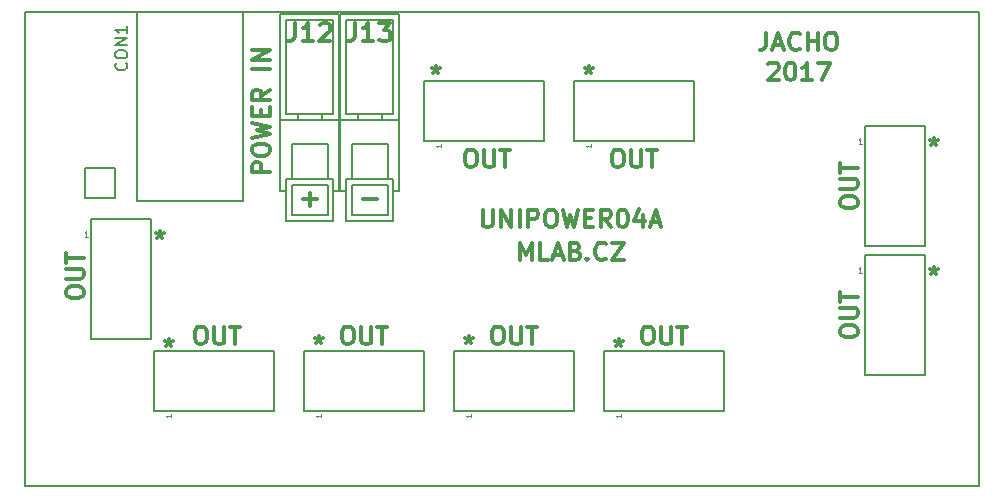
<source format=gbr>
%TF.GenerationSoftware,KiCad,Pcbnew,no-vcs-found-7409~56~ubuntu16.04.1*%
%TF.CreationDate,2017-01-20T13:42:17+01:00*%
%TF.ProjectId,UNIPOWER04A,554E49504F5745523034412E6B696361,rev?*%
%TF.FileFunction,Legend,Top*%
%TF.FilePolarity,Positive*%
%FSLAX46Y46*%
G04 Gerber Fmt 4.6, Leading zero omitted, Abs format (unit mm)*
G04 Created by KiCad (PCBNEW no-vcs-found-7409~56~ubuntu16.04.1) date Fri Jan 20 13:42:17 2017*
%MOMM*%
%LPD*%
G01*
G04 APERTURE LIST*
%ADD10C,0.350000*%
%ADD11C,0.300000*%
%ADD12C,0.150000*%
%ADD13C,0.127000*%
%ADD14C,0.203200*%
%ADD15C,0.050000*%
%ADD16C,0.304800*%
G04 APERTURE END LIST*
D10*
D11*
X48006000Y35873428D02*
X48006000Y35516285D01*
X47648857Y35659142D02*
X48006000Y35516285D01*
X48363142Y35659142D01*
X47791714Y35230571D02*
X48006000Y35516285D01*
X48220285Y35230571D01*
X35052000Y35873428D02*
X35052000Y35516285D01*
X34694857Y35659142D02*
X35052000Y35516285D01*
X35409142Y35659142D01*
X34837714Y35230571D02*
X35052000Y35516285D01*
X35266285Y35230571D01*
X11684000Y21903428D02*
X11684000Y21546285D01*
X11326857Y21689142D02*
X11684000Y21546285D01*
X12041142Y21689142D01*
X11469714Y21260571D02*
X11684000Y21546285D01*
X11898285Y21260571D01*
X12446000Y12759428D02*
X12446000Y12402285D01*
X12088857Y12545142D02*
X12446000Y12402285D01*
X12803142Y12545142D01*
X12231714Y12116571D02*
X12446000Y12402285D01*
X12660285Y12116571D01*
X25146000Y13013428D02*
X25146000Y12656285D01*
X24788857Y12799142D02*
X25146000Y12656285D01*
X25503142Y12799142D01*
X24931714Y12370571D02*
X25146000Y12656285D01*
X25360285Y12370571D01*
X37846000Y13013428D02*
X37846000Y12656285D01*
X37488857Y12799142D02*
X37846000Y12656285D01*
X38203142Y12799142D01*
X37631714Y12370571D02*
X37846000Y12656285D01*
X38060285Y12370571D01*
X50546000Y12759428D02*
X50546000Y12402285D01*
X50188857Y12545142D02*
X50546000Y12402285D01*
X50903142Y12545142D01*
X50331714Y12116571D02*
X50546000Y12402285D01*
X50760285Y12116571D01*
X77216000Y18855428D02*
X77216000Y18498285D01*
X76858857Y18641142D02*
X77216000Y18498285D01*
X77573142Y18641142D01*
X77001714Y18212571D02*
X77216000Y18498285D01*
X77430285Y18212571D01*
X77216000Y29777428D02*
X77216000Y29420285D01*
X76858857Y29563142D02*
X77216000Y29420285D01*
X77573142Y29563142D01*
X77001714Y29134571D02*
X77216000Y29420285D01*
X77430285Y29134571D01*
X50316000Y28761428D02*
X50601714Y28761428D01*
X50744571Y28690000D01*
X50887428Y28547142D01*
X50958857Y28261428D01*
X50958857Y27761428D01*
X50887428Y27475714D01*
X50744571Y27332857D01*
X50601714Y27261428D01*
X50316000Y27261428D01*
X50173142Y27332857D01*
X50030285Y27475714D01*
X49958857Y27761428D01*
X49958857Y28261428D01*
X50030285Y28547142D01*
X50173142Y28690000D01*
X50316000Y28761428D01*
X51601714Y28761428D02*
X51601714Y27547142D01*
X51673142Y27404285D01*
X51744571Y27332857D01*
X51887428Y27261428D01*
X52173142Y27261428D01*
X52316000Y27332857D01*
X52387428Y27404285D01*
X52458857Y27547142D01*
X52458857Y28761428D01*
X52958857Y28761428D02*
X53816000Y28761428D01*
X53387428Y27261428D02*
X53387428Y28761428D01*
X37870000Y28761428D02*
X38155714Y28761428D01*
X38298571Y28690000D01*
X38441428Y28547142D01*
X38512857Y28261428D01*
X38512857Y27761428D01*
X38441428Y27475714D01*
X38298571Y27332857D01*
X38155714Y27261428D01*
X37870000Y27261428D01*
X37727142Y27332857D01*
X37584285Y27475714D01*
X37512857Y27761428D01*
X37512857Y28261428D01*
X37584285Y28547142D01*
X37727142Y28690000D01*
X37870000Y28761428D01*
X39155714Y28761428D02*
X39155714Y27547142D01*
X39227142Y27404285D01*
X39298571Y27332857D01*
X39441428Y27261428D01*
X39727142Y27261428D01*
X39870000Y27332857D01*
X39941428Y27404285D01*
X40012857Y27547142D01*
X40012857Y28761428D01*
X40512857Y28761428D02*
X41370000Y28761428D01*
X40941428Y27261428D02*
X40941428Y28761428D01*
X3750571Y16534000D02*
X3750571Y16819714D01*
X3822000Y16962571D01*
X3964857Y17105428D01*
X4250571Y17176857D01*
X4750571Y17176857D01*
X5036285Y17105428D01*
X5179142Y16962571D01*
X5250571Y16819714D01*
X5250571Y16534000D01*
X5179142Y16391142D01*
X5036285Y16248285D01*
X4750571Y16176857D01*
X4250571Y16176857D01*
X3964857Y16248285D01*
X3822000Y16391142D01*
X3750571Y16534000D01*
X3750571Y17819714D02*
X4964857Y17819714D01*
X5107714Y17891142D01*
X5179142Y17962571D01*
X5250571Y18105428D01*
X5250571Y18391142D01*
X5179142Y18534000D01*
X5107714Y18605428D01*
X4964857Y18676857D01*
X3750571Y18676857D01*
X3750571Y19176857D02*
X3750571Y20034000D01*
X5250571Y19605428D02*
X3750571Y19605428D01*
X69282571Y24154000D02*
X69282571Y24439714D01*
X69354000Y24582571D01*
X69496857Y24725428D01*
X69782571Y24796857D01*
X70282571Y24796857D01*
X70568285Y24725428D01*
X70711142Y24582571D01*
X70782571Y24439714D01*
X70782571Y24154000D01*
X70711142Y24011142D01*
X70568285Y23868285D01*
X70282571Y23796857D01*
X69782571Y23796857D01*
X69496857Y23868285D01*
X69354000Y24011142D01*
X69282571Y24154000D01*
X69282571Y25439714D02*
X70496857Y25439714D01*
X70639714Y25511142D01*
X70711142Y25582571D01*
X70782571Y25725428D01*
X70782571Y26011142D01*
X70711142Y26154000D01*
X70639714Y26225428D01*
X70496857Y26296857D01*
X69282571Y26296857D01*
X69282571Y26796857D02*
X69282571Y27654000D01*
X70782571Y27225428D02*
X69282571Y27225428D01*
X69282571Y13232000D02*
X69282571Y13517714D01*
X69354000Y13660571D01*
X69496857Y13803428D01*
X69782571Y13874857D01*
X70282571Y13874857D01*
X70568285Y13803428D01*
X70711142Y13660571D01*
X70782571Y13517714D01*
X70782571Y13232000D01*
X70711142Y13089142D01*
X70568285Y12946285D01*
X70282571Y12874857D01*
X69782571Y12874857D01*
X69496857Y12946285D01*
X69354000Y13089142D01*
X69282571Y13232000D01*
X69282571Y14517714D02*
X70496857Y14517714D01*
X70639714Y14589142D01*
X70711142Y14660571D01*
X70782571Y14803428D01*
X70782571Y15089142D01*
X70711142Y15232000D01*
X70639714Y15303428D01*
X70496857Y15374857D01*
X69282571Y15374857D01*
X69282571Y15874857D02*
X69282571Y16732000D01*
X70782571Y16303428D02*
X69282571Y16303428D01*
X52856000Y13775428D02*
X53141714Y13775428D01*
X53284571Y13704000D01*
X53427428Y13561142D01*
X53498857Y13275428D01*
X53498857Y12775428D01*
X53427428Y12489714D01*
X53284571Y12346857D01*
X53141714Y12275428D01*
X52856000Y12275428D01*
X52713142Y12346857D01*
X52570285Y12489714D01*
X52498857Y12775428D01*
X52498857Y13275428D01*
X52570285Y13561142D01*
X52713142Y13704000D01*
X52856000Y13775428D01*
X54141714Y13775428D02*
X54141714Y12561142D01*
X54213142Y12418285D01*
X54284571Y12346857D01*
X54427428Y12275428D01*
X54713142Y12275428D01*
X54856000Y12346857D01*
X54927428Y12418285D01*
X54998857Y12561142D01*
X54998857Y13775428D01*
X55498857Y13775428D02*
X56356000Y13775428D01*
X55927428Y12275428D02*
X55927428Y13775428D01*
X40156000Y13775428D02*
X40441714Y13775428D01*
X40584571Y13704000D01*
X40727428Y13561142D01*
X40798857Y13275428D01*
X40798857Y12775428D01*
X40727428Y12489714D01*
X40584571Y12346857D01*
X40441714Y12275428D01*
X40156000Y12275428D01*
X40013142Y12346857D01*
X39870285Y12489714D01*
X39798857Y12775428D01*
X39798857Y13275428D01*
X39870285Y13561142D01*
X40013142Y13704000D01*
X40156000Y13775428D01*
X41441714Y13775428D02*
X41441714Y12561142D01*
X41513142Y12418285D01*
X41584571Y12346857D01*
X41727428Y12275428D01*
X42013142Y12275428D01*
X42156000Y12346857D01*
X42227428Y12418285D01*
X42298857Y12561142D01*
X42298857Y13775428D01*
X42798857Y13775428D02*
X43656000Y13775428D01*
X43227428Y12275428D02*
X43227428Y13775428D01*
X27456000Y13775428D02*
X27741714Y13775428D01*
X27884571Y13704000D01*
X28027428Y13561142D01*
X28098857Y13275428D01*
X28098857Y12775428D01*
X28027428Y12489714D01*
X27884571Y12346857D01*
X27741714Y12275428D01*
X27456000Y12275428D01*
X27313142Y12346857D01*
X27170285Y12489714D01*
X27098857Y12775428D01*
X27098857Y13275428D01*
X27170285Y13561142D01*
X27313142Y13704000D01*
X27456000Y13775428D01*
X28741714Y13775428D02*
X28741714Y12561142D01*
X28813142Y12418285D01*
X28884571Y12346857D01*
X29027428Y12275428D01*
X29313142Y12275428D01*
X29456000Y12346857D01*
X29527428Y12418285D01*
X29598857Y12561142D01*
X29598857Y13775428D01*
X30098857Y13775428D02*
X30956000Y13775428D01*
X30527428Y12275428D02*
X30527428Y13775428D01*
X15010000Y13775428D02*
X15295714Y13775428D01*
X15438571Y13704000D01*
X15581428Y13561142D01*
X15652857Y13275428D01*
X15652857Y12775428D01*
X15581428Y12489714D01*
X15438571Y12346857D01*
X15295714Y12275428D01*
X15010000Y12275428D01*
X14867142Y12346857D01*
X14724285Y12489714D01*
X14652857Y12775428D01*
X14652857Y13275428D01*
X14724285Y13561142D01*
X14867142Y13704000D01*
X15010000Y13775428D01*
X16295714Y13775428D02*
X16295714Y12561142D01*
X16367142Y12418285D01*
X16438571Y12346857D01*
X16581428Y12275428D01*
X16867142Y12275428D01*
X17010000Y12346857D01*
X17081428Y12418285D01*
X17152857Y12561142D01*
X17152857Y13775428D01*
X17652857Y13775428D02*
X18510000Y13775428D01*
X18081428Y12275428D02*
X18081428Y13775428D01*
X20998571Y26825428D02*
X19498571Y26825428D01*
X19498571Y27396857D01*
X19570000Y27539714D01*
X19641428Y27611142D01*
X19784285Y27682571D01*
X19998571Y27682571D01*
X20141428Y27611142D01*
X20212857Y27539714D01*
X20284285Y27396857D01*
X20284285Y26825428D01*
X19498571Y28611142D02*
X19498571Y28896857D01*
X19570000Y29039714D01*
X19712857Y29182571D01*
X19998571Y29254000D01*
X20498571Y29254000D01*
X20784285Y29182571D01*
X20927142Y29039714D01*
X20998571Y28896857D01*
X20998571Y28611142D01*
X20927142Y28468285D01*
X20784285Y28325428D01*
X20498571Y28254000D01*
X19998571Y28254000D01*
X19712857Y28325428D01*
X19570000Y28468285D01*
X19498571Y28611142D01*
X19498571Y29754000D02*
X20998571Y30111142D01*
X19927142Y30396857D01*
X20998571Y30682571D01*
X19498571Y31039714D01*
X20212857Y31611142D02*
X20212857Y32111142D01*
X20998571Y32325428D02*
X20998571Y31611142D01*
X19498571Y31611142D01*
X19498571Y32325428D01*
X20998571Y33825428D02*
X20284285Y33325428D01*
X20998571Y32968285D02*
X19498571Y32968285D01*
X19498571Y33539714D01*
X19570000Y33682571D01*
X19641428Y33754000D01*
X19784285Y33825428D01*
X19998571Y33825428D01*
X20141428Y33754000D01*
X20212857Y33682571D01*
X20284285Y33539714D01*
X20284285Y32968285D01*
X20998571Y35611142D02*
X19498571Y35611142D01*
X20998571Y36325428D02*
X19498571Y36325428D01*
X20998571Y37182571D01*
X19498571Y37182571D01*
X42160571Y19387428D02*
X42160571Y20887428D01*
X42660571Y19816000D01*
X43160571Y20887428D01*
X43160571Y19387428D01*
X44589142Y19387428D02*
X43874857Y19387428D01*
X43874857Y20887428D01*
X45017714Y19816000D02*
X45732000Y19816000D01*
X44874857Y19387428D02*
X45374857Y20887428D01*
X45874857Y19387428D01*
X46874857Y20173142D02*
X47089142Y20101714D01*
X47160571Y20030285D01*
X47232000Y19887428D01*
X47232000Y19673142D01*
X47160571Y19530285D01*
X47089142Y19458857D01*
X46946285Y19387428D01*
X46374857Y19387428D01*
X46374857Y20887428D01*
X46874857Y20887428D01*
X47017714Y20816000D01*
X47089142Y20744571D01*
X47160571Y20601714D01*
X47160571Y20458857D01*
X47089142Y20316000D01*
X47017714Y20244571D01*
X46874857Y20173142D01*
X46374857Y20173142D01*
X47874857Y19530285D02*
X47946285Y19458857D01*
X47874857Y19387428D01*
X47803428Y19458857D01*
X47874857Y19530285D01*
X47874857Y19387428D01*
X49446285Y19530285D02*
X49374857Y19458857D01*
X49160571Y19387428D01*
X49017714Y19387428D01*
X48803428Y19458857D01*
X48660571Y19601714D01*
X48589142Y19744571D01*
X48517714Y20030285D01*
X48517714Y20244571D01*
X48589142Y20530285D01*
X48660571Y20673142D01*
X48803428Y20816000D01*
X49017714Y20887428D01*
X49160571Y20887428D01*
X49374857Y20816000D01*
X49446285Y20744571D01*
X49946285Y20887428D02*
X50946285Y20887428D01*
X49946285Y19387428D01*
X50946285Y19387428D01*
X63214571Y35984571D02*
X63286000Y36056000D01*
X63428857Y36127428D01*
X63786000Y36127428D01*
X63928857Y36056000D01*
X64000285Y35984571D01*
X64071714Y35841714D01*
X64071714Y35698857D01*
X64000285Y35484571D01*
X63143142Y34627428D01*
X64071714Y34627428D01*
X65000285Y36127428D02*
X65143142Y36127428D01*
X65286000Y36056000D01*
X65357428Y35984571D01*
X65428857Y35841714D01*
X65500285Y35556000D01*
X65500285Y35198857D01*
X65428857Y34913142D01*
X65357428Y34770285D01*
X65286000Y34698857D01*
X65143142Y34627428D01*
X65000285Y34627428D01*
X64857428Y34698857D01*
X64786000Y34770285D01*
X64714571Y34913142D01*
X64643142Y35198857D01*
X64643142Y35556000D01*
X64714571Y35841714D01*
X64786000Y35984571D01*
X64857428Y36056000D01*
X65000285Y36127428D01*
X66928857Y34627428D02*
X66071714Y34627428D01*
X66500285Y34627428D02*
X66500285Y36127428D01*
X66357428Y35913142D01*
X66214571Y35770285D01*
X66071714Y35698857D01*
X67428857Y36127428D02*
X68428857Y36127428D01*
X67786000Y34627428D01*
X63036000Y38667428D02*
X63036000Y37596000D01*
X62964571Y37381714D01*
X62821714Y37238857D01*
X62607428Y37167428D01*
X62464571Y37167428D01*
X63678857Y37596000D02*
X64393142Y37596000D01*
X63536000Y37167428D02*
X64036000Y38667428D01*
X64536000Y37167428D01*
X65893142Y37310285D02*
X65821714Y37238857D01*
X65607428Y37167428D01*
X65464571Y37167428D01*
X65250285Y37238857D01*
X65107428Y37381714D01*
X65036000Y37524571D01*
X64964571Y37810285D01*
X64964571Y38024571D01*
X65036000Y38310285D01*
X65107428Y38453142D01*
X65250285Y38596000D01*
X65464571Y38667428D01*
X65607428Y38667428D01*
X65821714Y38596000D01*
X65893142Y38524571D01*
X66536000Y37167428D02*
X66536000Y38667428D01*
X66536000Y37953142D02*
X67393142Y37953142D01*
X67393142Y37167428D02*
X67393142Y38667428D01*
X68393142Y38667428D02*
X68678857Y38667428D01*
X68821714Y38596000D01*
X68964571Y38453142D01*
X69036000Y38167428D01*
X69036000Y37667428D01*
X68964571Y37381714D01*
X68821714Y37238857D01*
X68678857Y37167428D01*
X68393142Y37167428D01*
X68250285Y37238857D01*
X68107428Y37381714D01*
X68036000Y37667428D01*
X68036000Y38167428D01*
X68107428Y38453142D01*
X68250285Y38596000D01*
X68393142Y38667428D01*
X39017714Y23681428D02*
X39017714Y22467142D01*
X39089142Y22324285D01*
X39160571Y22252857D01*
X39303428Y22181428D01*
X39589142Y22181428D01*
X39732000Y22252857D01*
X39803428Y22324285D01*
X39874857Y22467142D01*
X39874857Y23681428D01*
X40589142Y22181428D02*
X40589142Y23681428D01*
X41446285Y22181428D01*
X41446285Y23681428D01*
X42160571Y22181428D02*
X42160571Y23681428D01*
X42874857Y22181428D02*
X42874857Y23681428D01*
X43446285Y23681428D01*
X43589142Y23610000D01*
X43660571Y23538571D01*
X43732000Y23395714D01*
X43732000Y23181428D01*
X43660571Y23038571D01*
X43589142Y22967142D01*
X43446285Y22895714D01*
X42874857Y22895714D01*
X44660571Y23681428D02*
X44946285Y23681428D01*
X45089142Y23610000D01*
X45232000Y23467142D01*
X45303428Y23181428D01*
X45303428Y22681428D01*
X45232000Y22395714D01*
X45089142Y22252857D01*
X44946285Y22181428D01*
X44660571Y22181428D01*
X44517714Y22252857D01*
X44374857Y22395714D01*
X44303428Y22681428D01*
X44303428Y23181428D01*
X44374857Y23467142D01*
X44517714Y23610000D01*
X44660571Y23681428D01*
X45803428Y23681428D02*
X46160571Y22181428D01*
X46446285Y23252857D01*
X46731999Y22181428D01*
X47089142Y23681428D01*
X47660571Y22967142D02*
X48160571Y22967142D01*
X48374857Y22181428D02*
X47660571Y22181428D01*
X47660571Y23681428D01*
X48374857Y23681428D01*
X49874857Y22181428D02*
X49374857Y22895714D01*
X49017714Y22181428D02*
X49017714Y23681428D01*
X49589142Y23681428D01*
X49731999Y23610000D01*
X49803428Y23538571D01*
X49874857Y23395714D01*
X49874857Y23181428D01*
X49803428Y23038571D01*
X49731999Y22967142D01*
X49589142Y22895714D01*
X49017714Y22895714D01*
X50803428Y23681428D02*
X50946285Y23681428D01*
X51089142Y23610000D01*
X51160571Y23538571D01*
X51231999Y23395714D01*
X51303428Y23110000D01*
X51303428Y22752857D01*
X51231999Y22467142D01*
X51160571Y22324285D01*
X51089142Y22252857D01*
X50946285Y22181428D01*
X50803428Y22181428D01*
X50660571Y22252857D01*
X50589142Y22324285D01*
X50517714Y22467142D01*
X50446285Y22752857D01*
X50446285Y23110000D01*
X50517714Y23395714D01*
X50589142Y23538571D01*
X50660571Y23610000D01*
X50803428Y23681428D01*
X52589142Y23181428D02*
X52589142Y22181428D01*
X52232000Y23752857D02*
X51874857Y22681428D01*
X52803428Y22681428D01*
X53303428Y22610000D02*
X54017714Y22610000D01*
X53160571Y22181428D02*
X53660571Y23681428D01*
X54160571Y22181428D01*
X28892571Y24530857D02*
X30035428Y24530857D01*
X23812571Y24530857D02*
X24955428Y24530857D01*
X24384000Y23959428D02*
X24384000Y25102285D01*
D12*
X81026000Y254000D02*
X81026000Y40386000D01*
X254000Y254000D02*
X254000Y40386000D01*
X254000Y40386000D02*
X81026000Y40386000D01*
X254000Y254000D02*
X81026000Y254000D01*
D13*
X9724000Y40370000D02*
X9724000Y24370000D01*
X18724000Y40370000D02*
X9724000Y40370000D01*
X18724000Y24370000D02*
X18724000Y40370000D01*
X9724000Y24370000D02*
X18724000Y24370000D01*
D12*
X5334000Y27178000D02*
X7874000Y27178000D01*
X7874000Y27178000D02*
X7874000Y24638000D01*
X7874000Y24638000D02*
X5334000Y24638000D01*
X5334000Y24638000D02*
X5334000Y27178000D01*
X5842000Y12700000D02*
X5842000Y22860000D01*
X10922000Y12700000D02*
X5842000Y12700000D01*
X10922000Y22860000D02*
X10922000Y12700000D01*
X5842000Y22860000D02*
X10922000Y22860000D01*
X21336000Y6604000D02*
X11176000Y6604000D01*
X21336000Y11684000D02*
X21336000Y6604000D01*
X11176000Y11684000D02*
X21336000Y11684000D01*
X11176000Y6604000D02*
X11176000Y11684000D01*
X36576000Y6604000D02*
X36576000Y11684000D01*
X36576000Y11684000D02*
X46736000Y11684000D01*
X46736000Y11684000D02*
X46736000Y6604000D01*
X46736000Y6604000D02*
X36576000Y6604000D01*
X46736000Y29464000D02*
X46736000Y34544000D01*
X46736000Y34544000D02*
X56896000Y34544000D01*
X56896000Y34544000D02*
X56896000Y29464000D01*
X56896000Y29464000D02*
X46736000Y29464000D01*
X34036000Y29464000D02*
X34036000Y34544000D01*
X34036000Y34544000D02*
X44196000Y34544000D01*
X44196000Y34544000D02*
X44196000Y29464000D01*
X44196000Y29464000D02*
X34036000Y29464000D01*
X71374000Y20574000D02*
X71374000Y30734000D01*
X76454000Y20574000D02*
X71374000Y20574000D01*
X76454000Y30734000D02*
X76454000Y20574000D01*
X71374000Y30734000D02*
X76454000Y30734000D01*
X23876000Y6604000D02*
X23876000Y11684000D01*
X23876000Y11684000D02*
X34036000Y11684000D01*
X34036000Y11684000D02*
X34036000Y6604000D01*
X34036000Y6604000D02*
X23876000Y6604000D01*
X49276000Y6604000D02*
X49276000Y11684000D01*
X49276000Y11684000D02*
X59436000Y11684000D01*
X59436000Y11684000D02*
X59436000Y6604000D01*
X59436000Y6604000D02*
X49276000Y6604000D01*
X71374000Y9652000D02*
X71374000Y19812000D01*
X76454000Y9652000D02*
X71374000Y9652000D01*
X76454000Y19812000D02*
X76454000Y9652000D01*
X71374000Y19812000D02*
X76454000Y19812000D01*
X21884000Y25226000D02*
X22384000Y25226000D01*
X26384000Y25226000D02*
X26884000Y25226000D01*
X21883900Y31226000D02*
X26884100Y31226000D01*
X21883900Y40226000D02*
X26884100Y40226000D01*
X22883000Y23226000D02*
X25885000Y23226000D01*
X22883000Y25725900D02*
X25885000Y25725900D01*
X26384000Y22725900D02*
X22384000Y22725900D01*
X26384000Y26226000D02*
X22384000Y26226000D01*
X22883900Y29226000D02*
X25884100Y29226000D01*
X26384000Y31726100D02*
X22384000Y31726100D01*
X22384000Y39726100D02*
X26384000Y39726100D01*
X23384000Y31726100D02*
X23384000Y31226000D01*
X22884000Y25725900D02*
X22884000Y23226000D01*
X22384000Y26226000D02*
X22384000Y22725900D01*
X25384000Y31726100D02*
X25384000Y31226000D01*
X25884000Y25725900D02*
X25884000Y23226000D01*
X26384000Y26226000D02*
X26384000Y22725000D01*
X22884000Y29226000D02*
X22884000Y26226000D01*
X22384000Y39726100D02*
X22384000Y31726100D01*
X21884000Y31226000D02*
X21884000Y25226000D01*
X25884000Y29226000D02*
X25884000Y26226000D01*
X26384000Y39726100D02*
X26384000Y31726100D01*
X26884000Y31226000D02*
X26884000Y25226000D01*
X21884000Y31226000D02*
X21884000Y40226000D01*
X26884000Y40226000D02*
X26884000Y31226000D01*
X31964000Y40226000D02*
X31964000Y31226000D01*
X26964000Y31226000D02*
X26964000Y40226000D01*
X31964000Y31226000D02*
X31964000Y25226000D01*
X31464000Y39726100D02*
X31464000Y31726100D01*
X30964000Y29226000D02*
X30964000Y26226000D01*
X26964000Y31226000D02*
X26964000Y25226000D01*
X27464000Y39726100D02*
X27464000Y31726100D01*
X27964000Y29226000D02*
X27964000Y26226000D01*
X31464000Y26226000D02*
X31464000Y22725000D01*
X30964000Y25725900D02*
X30964000Y23226000D01*
X30464000Y31726100D02*
X30464000Y31226000D01*
X27464000Y26226000D02*
X27464000Y22725900D01*
X27964000Y25725900D02*
X27964000Y23226000D01*
X28464000Y31726100D02*
X28464000Y31226000D01*
X27464000Y39726100D02*
X31464000Y39726100D01*
X31464000Y31726100D02*
X27464000Y31726100D01*
X27963900Y29226000D02*
X30964100Y29226000D01*
X31464000Y26226000D02*
X27464000Y26226000D01*
X31464000Y22725900D02*
X27464000Y22725900D01*
X27963000Y25725900D02*
X30965000Y25725900D01*
X27963000Y23226000D02*
X30965000Y23226000D01*
X26963900Y40226000D02*
X31964100Y40226000D01*
X26963900Y31226000D02*
X31964100Y31226000D01*
X31464000Y25226000D02*
X31964000Y25226000D01*
X26964000Y25226000D02*
X27464000Y25226000D01*
D14*
X8821057Y36091585D02*
X8869438Y36043204D01*
X8917819Y35898061D01*
X8917819Y35801300D01*
X8869438Y35656157D01*
X8772676Y35559395D01*
X8675914Y35511014D01*
X8482390Y35462633D01*
X8337247Y35462633D01*
X8143723Y35511014D01*
X8046961Y35559395D01*
X7950200Y35656157D01*
X7901819Y35801300D01*
X7901819Y35898061D01*
X7950200Y36043204D01*
X7998580Y36091585D01*
X7901819Y36720538D02*
X7901819Y36914061D01*
X7950200Y37010823D01*
X8046961Y37107585D01*
X8240485Y37155966D01*
X8579152Y37155966D01*
X8772676Y37107585D01*
X8869438Y37010823D01*
X8917819Y36914061D01*
X8917819Y36720538D01*
X8869438Y36623776D01*
X8772676Y36527014D01*
X8579152Y36478633D01*
X8240485Y36478633D01*
X8046961Y36527014D01*
X7950200Y36623776D01*
X7901819Y36720538D01*
X8917819Y37591395D02*
X7901819Y37591395D01*
X8917819Y38171966D01*
X7901819Y38171966D01*
X8917819Y39187966D02*
X8917819Y38607395D01*
X8917819Y38897680D02*
X7901819Y38897680D01*
X8046961Y38800919D01*
X8143723Y38704157D01*
X8192104Y38607395D01*
D15*
X5603857Y21363809D02*
X5318142Y21363809D01*
X5461000Y21363809D02*
X5461000Y21863809D01*
X5413380Y21792380D01*
X5365761Y21744761D01*
X5318142Y21720952D01*
X12672190Y6365857D02*
X12672190Y6080142D01*
X12672190Y6223000D02*
X12172190Y6223000D01*
X12243619Y6175380D01*
X12291238Y6127761D01*
X12315047Y6080142D01*
X38072190Y6365857D02*
X38072190Y6080142D01*
X38072190Y6223000D02*
X37572190Y6223000D01*
X37643619Y6175380D01*
X37691238Y6127761D01*
X37715047Y6080142D01*
X48232190Y29225857D02*
X48232190Y28940142D01*
X48232190Y29083000D02*
X47732190Y29083000D01*
X47803619Y29035380D01*
X47851238Y28987761D01*
X47875047Y28940142D01*
X35532190Y29225857D02*
X35532190Y28940142D01*
X35532190Y29083000D02*
X35032190Y29083000D01*
X35103619Y29035380D01*
X35151238Y28987761D01*
X35175047Y28940142D01*
X71135857Y29237809D02*
X70850142Y29237809D01*
X70993000Y29237809D02*
X70993000Y29737809D01*
X70945380Y29666380D01*
X70897761Y29618761D01*
X70850142Y29594952D01*
X25372190Y6365857D02*
X25372190Y6080142D01*
X25372190Y6223000D02*
X24872190Y6223000D01*
X24943619Y6175380D01*
X24991238Y6127761D01*
X25015047Y6080142D01*
X50772190Y6365857D02*
X50772190Y6080142D01*
X50772190Y6223000D02*
X50272190Y6223000D01*
X50343619Y6175380D01*
X50391238Y6127761D01*
X50415047Y6080142D01*
X71135857Y18315809D02*
X70850142Y18315809D01*
X70993000Y18315809D02*
X70993000Y18815809D01*
X70945380Y18744380D01*
X70897761Y18696761D01*
X70850142Y18672952D01*
D16*
X23150285Y39442571D02*
X23150285Y38354000D01*
X23077714Y38136285D01*
X22932571Y37991142D01*
X22714857Y37918571D01*
X22569714Y37918571D01*
X24674285Y37918571D02*
X23803428Y37918571D01*
X24238857Y37918571D02*
X24238857Y39442571D01*
X24093714Y39224857D01*
X23948571Y39079714D01*
X23803428Y39007142D01*
X25254857Y39297428D02*
X25327428Y39370000D01*
X25472571Y39442571D01*
X25835428Y39442571D01*
X25980571Y39370000D01*
X26053142Y39297428D01*
X26125714Y39152285D01*
X26125714Y39007142D01*
X26053142Y38789428D01*
X25182285Y37918571D01*
X26125714Y37918571D01*
X28230285Y39442571D02*
X28230285Y38354000D01*
X28157714Y38136285D01*
X28012571Y37991142D01*
X27794857Y37918571D01*
X27649714Y37918571D01*
X29754285Y37918571D02*
X28883428Y37918571D01*
X29318857Y37918571D02*
X29318857Y39442571D01*
X29173714Y39224857D01*
X29028571Y39079714D01*
X28883428Y39007142D01*
X30262285Y39442571D02*
X31205714Y39442571D01*
X30697714Y38862000D01*
X30915428Y38862000D01*
X31060571Y38789428D01*
X31133142Y38716857D01*
X31205714Y38571714D01*
X31205714Y38208857D01*
X31133142Y38063714D01*
X31060571Y37991142D01*
X30915428Y37918571D01*
X30480000Y37918571D01*
X30334857Y37991142D01*
X30262285Y38063714D01*
M02*

</source>
